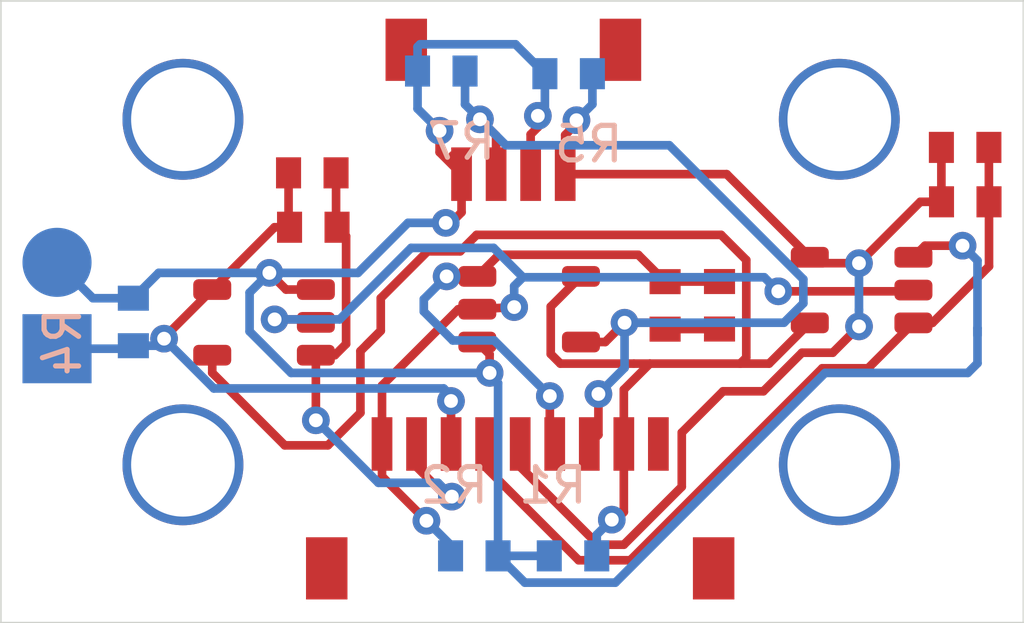
<source format=kicad_pcb>
(kicad_pcb (version 20171130) (host pcbnew 5.1.10)

  (general
    (thickness 1.6)
    (drawings 4)
    (tracks 242)
    (zones 0)
    (modules 21)
    (nets 13)
  )

  (page A4)
  (layers
    (0 F.Cu signal)
    (31 B.Cu signal)
    (32 B.Adhes user)
    (33 F.Adhes user)
    (34 B.Paste user)
    (35 F.Paste user)
    (36 B.SilkS user hide)
    (37 F.SilkS user hide)
    (38 B.Mask user)
    (39 F.Mask user)
    (40 Dwgs.User user)
    (41 Cmts.User user)
    (42 Eco1.User user)
    (43 Eco2.User user)
    (44 Edge.Cuts user)
    (45 Margin user)
    (46 B.CrtYd user hide)
    (47 F.CrtYd user hide)
    (48 B.Fab user hide)
    (49 F.Fab user hide)
  )

  (setup
    (last_trace_width 0.25)
    (trace_clearance 0.2)
    (zone_clearance 0.508)
    (zone_45_only no)
    (trace_min 0.2)
    (via_size 0.8)
    (via_drill 0.4)
    (via_min_size 0.4)
    (via_min_drill 0.3)
    (uvia_size 0.3)
    (uvia_drill 0.1)
    (uvias_allowed no)
    (uvia_min_size 0.2)
    (uvia_min_drill 0.1)
    (edge_width 0.05)
    (segment_width 0.2)
    (pcb_text_width 0.3)
    (pcb_text_size 1.5 1.5)
    (mod_edge_width 0.12)
    (mod_text_size 1 1)
    (mod_text_width 0.15)
    (pad_size 3.5 3.5)
    (pad_drill 3)
    (pad_to_mask_clearance 0)
    (aux_axis_origin 0 0)
    (visible_elements FFFFFF7F)
    (pcbplotparams
      (layerselection 0x010cc_ffffffff)
      (usegerberextensions false)
      (usegerberattributes true)
      (usegerberadvancedattributes true)
      (creategerberjobfile true)
      (excludeedgelayer true)
      (linewidth 0.100000)
      (plotframeref false)
      (viasonmask false)
      (mode 1)
      (useauxorigin false)
      (hpglpennumber 1)
      (hpglpenspeed 20)
      (hpglpendiameter 15.000000)
      (psnegative false)
      (psa4output false)
      (plotreference true)
      (plotvalue true)
      (plotinvisibletext false)
      (padsonsilk false)
      (subtractmaskfromsilk false)
      (outputformat 1)
      (mirror false)
      (drillshape 0)
      (scaleselection 1)
      (outputdirectory "gerbel_output/"))
  )

  (net 0 "")
  (net 1 VGND)
  (net 2 UNAMP1)
  (net 3 UNAMP2)
  (net 4 UNAMP3)
  (net 5 AMP1)
  (net 6 AMP2)
  (net 7 AMP3)
  (net 8 "Net-(J1-Pad9)")
  (net 9 +3V3)
  (net 10 GND)
  (net 11 "Net-(J1-Pad10)")
  (net 12 "Net-(J2-Pad5)")

  (net_class Default "This is the default net class."
    (clearance 0.2)
    (trace_width 0.25)
    (via_dia 0.8)
    (via_drill 0.4)
    (uvia_dia 0.3)
    (uvia_drill 0.1)
    (add_net +3V3)
    (add_net AMP1)
    (add_net AMP2)
    (add_net AMP3)
    (add_net GND)
    (add_net "Net-(J1-Pad10)")
    (add_net "Net-(J1-Pad9)")
    (add_net "Net-(J2-Pad5)")
    (add_net UNAMP1)
    (add_net UNAMP2)
    (add_net UNAMP3)
    (add_net VGND)
  )

  (module exocam_charge_amp:TLV2271DBV (layer F.Cu) (tedit 60AC35F4) (tstamp 6101D9C8)
    (at 60.9092 61.0616)
    (path /60E53C1A)
    (fp_text reference U3 (at 21.5138 13.335) (layer F.SilkS)
      (effects (font (size 1 1) (thickness 0.15)))
    )
    (fp_text value TLV2771CDBVT (at 0 -0.5) (layer F.Fab)
      (effects (font (size 1 1) (thickness 0.15)))
    )
    (pad 4 smd roundrect (at 1.73 4.44) (size 1.1 0.6) (layers F.Cu F.Paste F.Mask) (roundrect_rratio 0.25)
      (net 4 UNAMP3))
    (pad 3 smd roundrect (at -1.27 4.44) (size 1.1 0.6) (layers F.Cu F.Paste F.Mask) (roundrect_rratio 0.25)
      (net 1 VGND))
    (pad 2 smd roundrect (at -1.27 3.49) (size 1.1 0.6) (layers F.Cu F.Paste F.Mask) (roundrect_rratio 0.25)
      (net 10 GND))
    (pad 5 smd roundrect (at 1.73 2.54) (size 1.1 0.6) (layers F.Cu F.Paste F.Mask) (roundrect_rratio 0.25)
      (net 9 +3V3))
    (pad 1 smd roundrect (at -1.27 2.54) (size 1.1 0.6) (layers F.Cu F.Paste F.Mask) (roundrect_rratio 0.25)
      (net 7 AMP3))
  )

  (module exocam_charge_amp:jstsh4x1 (layer F.Cu) (tedit 60E60FBA) (tstamp 6101DBD6)
    (at 59.3725 63.1825 180)
    (path /610A2890)
    (fp_text reference J2 (at -1.9939 13.7795) (layer F.SilkS)
      (effects (font (size 1 1) (thickness 0.15)))
    )
    (fp_text value jstsh4x1 (at 0 -0.5) (layer F.Fab)
      (effects (font (size 1 1) (thickness 0.15)))
    )
    (fp_line (start 2.185 3) (end 2.185 6.84) (layer Dwgs.User) (width 0.12))
    (fp_line (start 2.185 3) (end -4.805 3) (layer Dwgs.User) (width 0.12))
    (fp_line (start -4.805 6.84) (end -4.805 3) (layer Dwgs.User) (width 0.12))
    (fp_line (start -4.805 6.84) (end 2.185 6.84) (layer Dwgs.User) (width 0.12))
    (pad 5 smd rect (at -4.41 6.14 180) (size 1.2 1.8) (layers F.Cu F.Paste F.Mask)
      (net 12 "Net-(J2-Pad5)"))
    (pad 5 smd rect (at 1.79 6.14 180) (size 1.2 1.8) (layers F.Cu F.Paste F.Mask)
      (net 12 "Net-(J2-Pad5)"))
    (pad 4 smd rect (at 0.19 2.54 180) (size 0.6 1.55) (layers F.Cu F.Paste F.Mask)
      (net 1 VGND))
    (pad 3 smd rect (at -0.81 2.54 180) (size 0.6 1.55) (layers F.Cu F.Paste F.Mask)
      (net 4 UNAMP3))
    (pad 2 smd rect (at -1.81 2.54 180) (size 0.6 1.55) (layers F.Cu F.Paste F.Mask)
      (net 1 VGND))
    (pad 1 smd rect (at -2.81 2.54 180) (size 0.6 1.55) (layers F.Cu F.Paste F.Mask)
      (net 3 UNAMP2))
  )

  (module exocam_charge_amp:TLV2271DBV (layer F.Cu) (tedit 60AC35F4) (tstamp 6101D9BF)
    (at 70.993 67.4878 180)
    (path /60DFD43A)
    (fp_text reference U2 (at -13.1826 -3.8354) (layer F.SilkS)
      (effects (font (size 1 1) (thickness 0.15)))
    )
    (fp_text value TLV2771CDBVT (at 0 -0.5) (layer F.Fab)
      (effects (font (size 1 1) (thickness 0.15)))
    )
    (pad 4 smd roundrect (at 1.73 4.44 180) (size 1.1 0.6) (layers F.Cu F.Paste F.Mask) (roundrect_rratio 0.25)
      (net 3 UNAMP2))
    (pad 3 smd roundrect (at -1.27 4.44 180) (size 1.1 0.6) (layers F.Cu F.Paste F.Mask) (roundrect_rratio 0.25)
      (net 1 VGND))
    (pad 2 smd roundrect (at -1.27 3.49 180) (size 1.1 0.6) (layers F.Cu F.Paste F.Mask) (roundrect_rratio 0.25)
      (net 10 GND))
    (pad 5 smd roundrect (at 1.73 2.54 180) (size 1.1 0.6) (layers F.Cu F.Paste F.Mask) (roundrect_rratio 0.25)
      (net 9 +3V3))
    (pad 1 smd roundrect (at -1.27 2.54 180) (size 1.1 0.6) (layers F.Cu F.Paste F.Mask) (roundrect_rratio 0.25)
      (net 6 AMP2))
  )

  (module exocam_charge_amp:TLV2271DBV (layer F.Cu) (tedit 60AC35F4) (tstamp 6101D9B6)
    (at 53.6956 68.4226 180)
    (path /60B61039)
    (fp_text reference U1 (at -8.2804 14.3002) (layer F.SilkS)
      (effects (font (size 1 1) (thickness 0.15)))
    )
    (fp_text value TLV2771CDBVT (at 0 -0.5) (layer F.Fab)
      (effects (font (size 1 1) (thickness 0.15)))
    )
    (pad 4 smd roundrect (at 1.73 4.44 180) (size 1.1 0.6) (layers F.Cu F.Paste F.Mask) (roundrect_rratio 0.25)
      (net 2 UNAMP1))
    (pad 3 smd roundrect (at -1.27 4.44 180) (size 1.1 0.6) (layers F.Cu F.Paste F.Mask) (roundrect_rratio 0.25)
      (net 1 VGND))
    (pad 2 smd roundrect (at -1.27 3.49 180) (size 1.1 0.6) (layers F.Cu F.Paste F.Mask) (roundrect_rratio 0.25)
      (net 10 GND))
    (pad 5 smd roundrect (at 1.73 2.54 180) (size 1.1 0.6) (layers F.Cu F.Paste F.Mask) (roundrect_rratio 0.25)
      (net 9 +3V3))
    (pad 1 smd roundrect (at -1.27 2.54 180) (size 1.1 0.6) (layers F.Cu F.Paste F.Mask) (roundrect_rratio 0.25)
      (net 5 AMP1))
  )

  (module exocam_charge_amp:0603_R (layer F.Cu) (tedit 60AC3F9B) (tstamp 6101D9AD)
    (at 64.1096 63.8556 90)
    (path /60E53BFF)
    (fp_text reference R8 (at -5.5372 19.3548 90) (layer F.SilkS)
      (effects (font (size 1 1) (thickness 0.15)))
    )
    (fp_text value 1M (at 0 -0.5 90) (layer F.Fab)
      (effects (font (size 1 1) (thickness 0.15)))
    )
    (pad 2 smd rect (at 0.105 2.54 90) (size 0.725 0.9) (layers F.Cu F.Paste F.Mask)
      (net 7 AMP3))
    (pad 1 smd rect (at -1.27 2.54 90) (size 0.725 0.9) (layers F.Cu F.Paste F.Mask)
      (net 4 UNAMP3))
  )

  (module exocam_charge_amp:0603_R (layer B.Cu) (tedit 60AC3F9B) (tstamp 6101D9A7)
    (at 59.1786 60.198)
    (path /60E53C0F)
    (fp_text reference R7 (at 0 -0.5) (layer B.SilkS)
      (effects (font (size 1 1) (thickness 0.15)) (justify mirror))
    )
    (fp_text value 1M (at 0 0.5) (layer B.Fab)
      (effects (font (size 1 1) (thickness 0.15)) (justify mirror))
    )
    (pad 2 smd rect (at 0.105 -2.54) (size 0.725 0.9) (layers B.Cu B.Paste B.Mask)
      (net 4 UNAMP3))
    (pad 1 smd rect (at -1.27 -2.54) (size 0.725 0.9) (layers B.Cu B.Paste B.Mask)
      (net 1 VGND))
  )

  (module exocam_charge_amp:0603_R (layer F.Cu) (tedit 60AC3F9B) (tstamp 6101D9A1)
    (at 74.3424 57.3278)
    (path /60DFD41A)
    (fp_text reference R6 (at 5.4898 -0.6096) (layer F.SilkS)
      (effects (font (size 1 1) (thickness 0.15)))
    )
    (fp_text value 1M (at 0 -0.5) (layer F.Fab)
      (effects (font (size 1 1) (thickness 0.15)))
    )
    (pad 2 smd rect (at 0.105 2.54) (size 0.725 0.9) (layers F.Cu F.Paste F.Mask)
      (net 6 AMP2))
    (pad 1 smd rect (at -1.27 2.54) (size 0.725 0.9) (layers F.Cu F.Paste F.Mask)
      (net 3 UNAMP2))
  )

  (module exocam_charge_amp:0603_R (layer B.Cu) (tedit 60AC3F9B) (tstamp 6101D99B)
    (at 62.865 60.2742)
    (path /60DFD42A)
    (fp_text reference R5 (at 0 -0.5) (layer B.SilkS)
      (effects (font (size 1 1) (thickness 0.15)) (justify mirror))
    )
    (fp_text value 1M (at 0 0.5) (layer B.Fab)
      (effects (font (size 1 1) (thickness 0.15)) (justify mirror))
    )
    (pad 2 smd rect (at 0.105 -2.54) (size 0.725 0.9) (layers B.Cu B.Paste B.Mask)
      (net 3 UNAMP2))
    (pad 1 smd rect (at -1.27 -2.54) (size 0.725 0.9) (layers B.Cu B.Paste B.Mask)
      (net 1 VGND))
  )

  (module exocam_charge_amp:0603_R (layer B.Cu) (tedit 60AC3F9B) (tstamp 6101E517)
    (at 47.1424 65.5032 270)
    (path /60AECA35)
    (fp_text reference R4 (at 0 -0.5 90) (layer B.SilkS)
      (effects (font (size 1 1) (thickness 0.15)) (justify mirror))
    )
    (fp_text value 1M (at 0 0.5 90) (layer B.Fab)
      (effects (font (size 1 1) (thickness 0.15)) (justify mirror))
    )
    (pad 2 smd rect (at 0.105 -2.54 270) (size 0.725 0.9) (layers B.Cu B.Paste B.Mask)
      (net 2 UNAMP1))
    (pad 1 smd rect (at -1.27 -2.54 270) (size 0.725 0.9) (layers B.Cu B.Paste B.Mask)
      (net 1 VGND))
  )

  (module exocam_charge_amp:0603_R (layer F.Cu) (tedit 60AC3F9B) (tstamp 6101D98F)
    (at 55.4448 58.0644)
    (path /60ACB29B)
    (fp_text reference R3 (at -11.7314 10.2108) (layer F.SilkS)
      (effects (font (size 1 1) (thickness 0.15)))
    )
    (fp_text value 1M (at 0 -0.5) (layer F.Fab)
      (effects (font (size 1 1) (thickness 0.15)))
    )
    (pad 2 smd rect (at 0.105 2.54) (size 0.725 0.9) (layers F.Cu F.Paste F.Mask)
      (net 5 AMP1))
    (pad 1 smd rect (at -1.27 2.54) (size 0.725 0.9) (layers F.Cu F.Paste F.Mask)
      (net 2 UNAMP1))
  )

  (module exocam_charge_amp:0603_R (layer B.Cu) (tedit 60AC3F9B) (tstamp 6101D989)
    (at 58.9695 69.1515 180)
    (path /60AC57F6)
    (fp_text reference R2 (at 0 -0.5) (layer B.SilkS)
      (effects (font (size 1 1) (thickness 0.15)) (justify mirror))
    )
    (fp_text value 1k (at 0 0.5) (layer B.Fab)
      (effects (font (size 1 1) (thickness 0.15)) (justify mirror))
    )
    (pad 2 smd rect (at 0.105 -2.54 180) (size 0.725 0.9) (layers B.Cu B.Paste B.Mask)
      (net 10 GND))
    (pad 1 smd rect (at -1.27 -2.54 180) (size 0.725 0.9) (layers B.Cu B.Paste B.Mask)
      (net 1 VGND))
  )

  (module exocam_charge_amp:0603_R (layer B.Cu) (tedit 60AC3F9B) (tstamp 6101D983)
    (at 61.827 69.1515 180)
    (path /60AC52F9)
    (fp_text reference R1 (at 0 -0.5) (layer B.SilkS)
      (effects (font (size 1 1) (thickness 0.15)) (justify mirror))
    )
    (fp_text value 1k (at 0 0.5) (layer B.Fab)
      (effects (font (size 1 1) (thickness 0.15)) (justify mirror))
    )
    (pad 2 smd rect (at 0.105 -2.54 180) (size 0.725 0.9) (layers B.Cu B.Paste B.Mask)
      (net 1 VGND))
    (pad 1 smd rect (at -1.27 -2.54 180) (size 0.725 0.9) (layers B.Cu B.Paste B.Mask)
      (net 9 +3V3))
  )

  (module exocam_charge_amp:jstsh9x1 (layer F.Cu) (tedit 60EF7172) (tstamp 6101D97D)
    (at 59.69 65.913)
    (path /6101D59C)
    (fp_text reference J1 (at 23.8252 7.6454) (layer F.SilkS)
      (effects (font (size 1 1) (thickness 0.15)))
    )
    (fp_text value jstsh9x1 (at 0 -0.5) (layer F.Fab)
      (effects (font (size 1 1) (thickness 0.15)))
    )
    (fp_line (start 7.185 3) (end 7.185 6.84) (layer Dwgs.User) (width 0.12))
    (fp_line (start -4.805 3) (end 7.185 3) (layer Dwgs.User) (width 0.12))
    (fp_line (start -4.805 6.84) (end -4.805 3) (layer Dwgs.User) (width 0.12))
    (fp_line (start -4.805 6.84) (end 7.185 6.84) (layer Dwgs.User) (width 0.12))
    (pad 9 smd rect (at 5.19 2.54) (size 0.6 1.55) (layers F.Cu F.Paste F.Mask)
      (net 8 "Net-(J1-Pad9)"))
    (pad 10 smd rect (at 6.79 6.14) (size 1.2 1.8) (layers F.Cu F.Paste F.Mask)
      (net 11 "Net-(J1-Pad10)"))
    (pad 8 smd rect (at 4.19 2.54) (size 0.6 1.55) (layers F.Cu F.Paste F.Mask)
      (net 9 +3V3))
    (pad 7 smd rect (at 3.19 2.54) (size 0.6 1.55) (layers F.Cu F.Paste F.Mask)
      (net 4 UNAMP3))
    (pad 10 smd rect (at -4.41 6.14) (size 1.2 1.8) (layers F.Cu F.Paste F.Mask)
      (net 11 "Net-(J1-Pad10)"))
    (pad 6 smd rect (at 2.19 2.54) (size 0.6 1.55) (layers F.Cu F.Paste F.Mask)
      (net 7 AMP3))
    (pad 5 smd rect (at 1.19 2.54) (size 0.6 1.55) (layers F.Cu F.Paste F.Mask)
      (net 3 UNAMP2))
    (pad 4 smd rect (at 0.19 2.54) (size 0.6 1.55) (layers F.Cu F.Paste F.Mask)
      (net 6 AMP2))
    (pad 3 smd rect (at -0.81 2.54) (size 0.6 1.55) (layers F.Cu F.Paste F.Mask)
      (net 2 UNAMP1))
    (pad 2 smd rect (at -1.81 2.54) (size 0.6 1.55) (layers F.Cu F.Paste F.Mask)
      (net 5 AMP1))
    (pad 1 smd rect (at -2.81 2.54) (size 0.6 1.55) (layers F.Cu F.Paste F.Mask)
      (net 10 GND))
  )

  (module exocam_charge_amp:0603_R (layer F.Cu) (tedit 60AC3F9B) (tstamp 6101D94A)
    (at 62.5348 63.859 90)
    (path /60E53BF7)
    (fp_text reference C3 (at 11.1794 7.7216 90) (layer F.SilkS)
      (effects (font (size 1 1) (thickness 0.15)))
    )
    (fp_text value 5pF (at 0 -0.5 90) (layer F.Fab)
      (effects (font (size 1 1) (thickness 0.15)))
    )
    (pad 2 smd rect (at 0.105 2.54 90) (size 0.725 0.9) (layers F.Cu F.Paste F.Mask)
      (net 7 AMP3))
    (pad 1 smd rect (at -1.27 2.54 90) (size 0.725 0.9) (layers F.Cu F.Paste F.Mask)
      (net 4 UNAMP3))
  )

  (module exocam_charge_amp:0603_R (layer F.Cu) (tedit 60AC3F9B) (tstamp 6101D944)
    (at 74.3458 58.9026)
    (path /60DFD412)
    (fp_text reference C2 (at 5.3594 0.5842) (layer F.SilkS)
      (effects (font (size 1 1) (thickness 0.15)))
    )
    (fp_text value 5pF (at 0 -0.5) (layer F.Fab)
      (effects (font (size 1 1) (thickness 0.15)))
    )
    (pad 2 smd rect (at 0.105 2.54) (size 0.725 0.9) (layers F.Cu F.Paste F.Mask)
      (net 6 AMP2))
    (pad 1 smd rect (at -1.27 2.54) (size 0.725 0.9) (layers F.Cu F.Paste F.Mask)
      (net 3 UNAMP2))
  )

  (module exocam_charge_amp:0603_R (layer F.Cu) (tedit 60AC3F9B) (tstamp 6101D93E)
    (at 55.4736 59.6392)
    (path /60AC9C31)
    (fp_text reference C1 (at -11.7094 2.667) (layer F.SilkS)
      (effects (font (size 1 1) (thickness 0.15)))
    )
    (fp_text value 5pF (at 0 -0.5) (layer F.Fab)
      (effects (font (size 1 1) (thickness 0.15)))
    )
    (pad 2 smd rect (at 0.105 2.54) (size 0.725 0.9) (layers F.Cu F.Paste F.Mask)
      (net 5 AMP1))
    (pad 1 smd rect (at -1.27 2.54) (size 0.725 0.9) (layers F.Cu F.Paste F.Mask)
      (net 2 UNAMP1))
  )

  (module exocam_charge_amp:piezo_buzzer_alt (layer B.Cu) (tedit 60DF5EBD) (tstamp 6101E526)
    (at 50.0126 64.1552 90)
    (path /60AEB9E7)
    (fp_text reference BZ1 (at 4.3382 -6.1214 -90) (layer B.SilkS)
      (effects (font (size 1 1) (thickness 0.15)) (justify mirror))
    )
    (fp_text value Buzzer (at 0 0.5 -90) (layer B.Fab)
      (effects (font (size 1 1) (thickness 0.15)) (justify mirror))
    )
    (pad 2 smd circle (at 0.96 -2.54 90) (size 2 2) (layers B.Cu B.Paste B.Mask)
      (net 1 VGND))
    (pad 1 smd rect (at -1.54 -2.54 90) (size 2 2) (layers B.Cu B.Paste B.Mask)
      (net 2 UNAMP1))
  )

  (module exocam_charge_amp:mount_hole_2.5mm (layer F.Cu) (tedit 60E4CDCF) (tstamp 60DB71DE)
    (at 66.1035 71.501 90)
    (path /60B97329)
    (fp_text reference H1 (at 7.9375 15.5575 90) (layer F.SilkS)
      (effects (font (size 1 1) (thickness 0.15)))
    )
    (fp_text value MountingHole (at 0 -0.5 90) (layer F.Fab)
      (effects (font (size 1 1) (thickness 0.15)))
    )
    (pad 1 thru_hole circle (at 2.446 4.014 90) (size 3.5 3.5) (drill 3) (layers *.Cu *.Mask))
  )

  (module exocam_charge_amp:mount_hole_2.5mm (layer F.Cu) (tedit 60E4CC2F) (tstamp 60DB71ED)
    (at 47.3075 57.785 90)
    (path /60B99959)
    (fp_text reference H4 (at 10.16 0.762 90) (layer F.SilkS)
      (effects (font (size 1 1) (thickness 0.15)))
    )
    (fp_text value MountingHole (at 0 -0.5 90) (layer F.Fab)
      (effects (font (size 1 1) (thickness 0.15)))
    )
    (pad 1 thru_hole circle (at -1.27 3.81 90) (size 3.5 3.5) (drill 3) (layers *.Cu *.Mask))
  )

  (module exocam_charge_amp:mount_hole_2.5mm (layer F.Cu) (tedit 60E4CC39) (tstamp 60DB71E8)
    (at 47.3075 60.96 90)
    (path /60B99095)
    (fp_text reference H3 (at -15.367 -6.35 90) (layer F.SilkS)
      (effects (font (size 1 1) (thickness 0.15)))
    )
    (fp_text value MountingHole (at 0 -0.5 90) (layer F.Fab)
      (effects (font (size 1 1) (thickness 0.15)))
    )
    (pad 1 thru_hole circle (at -8.095 3.81 90) (size 3.5 3.5) (drill 3) (layers *.Cu *.Mask))
  )

  (module exocam_charge_amp:mount_hole_2.5mm (layer F.Cu) (tedit 60E4CD9E) (tstamp 60DB71E3)
    (at 66.1035 57.501 90)
    (path /60B9898F)
    (fp_text reference H2 (at 5.05 15.6845 90) (layer F.SilkS)
      (effects (font (size 1 1) (thickness 0.15)))
    )
    (fp_text value MountingHole (at 0 -0.5 90) (layer F.Fab)
      (effects (font (size 1 1) (thickness 0.15)))
    )
    (pad 1 thru_hole circle (at -1.554 4.014 90) (size 3.5 3.5) (drill 3) (layers *.Cu *.Mask))
  )

  (gr_line (start 45.847 73.626) (end 75.447 73.626) (layer Edge.Cuts) (width 0.05) (tstamp 60DF553F))
  (gr_line (start 45.847 55.626) (end 45.847 73.626) (layer Edge.Cuts) (width 0.05) (tstamp 60DF5453))
  (gr_line (start 75.447 55.626) (end 75.447 73.626) (layer Edge.Cuts) (width 0.05))
  (gr_line (start 45.847 55.626) (end 75.447 55.626) (layer Edge.Cuts) (width 0.05))

  (segment (start 61.722 71.6915) (end 60.2395 71.6915) (width 0.25) (layer B.Cu) (net 1))
  (via (at 53.6194 63.5) (size 0.8) (drill 0.4) (layers F.Cu B.Cu) (net 1))
  (segment (start 54.102 63.9826) (end 53.6194 63.5) (width 0.25) (layer F.Cu) (net 1))
  (segment (start 54.9656 63.9826) (end 54.102 63.9826) (width 0.25) (layer F.Cu) (net 1))
  (segment (start 50.4156 63.5) (end 49.6824 64.2332) (width 0.25) (layer B.Cu) (net 1))
  (segment (start 53.6194 63.5) (end 50.4156 63.5) (width 0.25) (layer B.Cu) (net 1))
  (segment (start 60.2395 71.6915) (end 60.2395 66.6911) (width 0.25) (layer B.Cu) (net 1))
  (segment (start 60.2395 66.6911) (end 59.9948 66.3956) (width 0.25) (layer B.Cu) (net 1))
  (segment (start 59.9948 66.3956) (end 59.9948 66.4464) (width 0.25) (layer B.Cu) (net 1) (tstamp 6101E7C4))
  (via (at 59.9948 66.3956) (size 0.8) (drill 0.4) (layers F.Cu B.Cu) (net 1))
  (segment (start 59.9948 65.8572) (end 59.6392 65.5016) (width 0.25) (layer F.Cu) (net 1))
  (segment (start 59.9948 66.3956) (end 59.9948 65.8572) (width 0.25) (layer F.Cu) (net 1))
  (segment (start 53.046799 64.072601) (end 53.6194 63.5) (width 0.25) (layer B.Cu) (net 1))
  (segment (start 59.9948 66.3956) (end 54.248198 66.3956) (width 0.25) (layer B.Cu) (net 1))
  (segment (start 74.1172 63.627) (end 74.1172 63.1444) (width 0.25) (layer B.Cu) (net 1))
  (segment (start 74.1172 63.1444) (end 73.6854 62.7126) (width 0.25) (layer B.Cu) (net 1))
  (segment (start 73.6854 62.7126) (end 73.6854 62.7126) (width 0.25) (layer B.Cu) (net 1) (tstamp 6101E811))
  (via (at 73.6854 62.7126) (size 0.8) (drill 0.4) (layers F.Cu B.Cu) (net 1))
  (segment (start 72.5982 62.7126) (end 72.263 63.0478) (width 0.25) (layer F.Cu) (net 1))
  (segment (start 73.6854 62.7126) (end 72.5982 62.7126) (width 0.25) (layer F.Cu) (net 1))
  (segment (start 48.5106 64.2332) (end 49.6824 64.2332) (width 0.25) (layer B.Cu) (net 1))
  (segment (start 47.4726 63.1952) (end 48.5106 64.2332) (width 0.25) (layer B.Cu) (net 1))
  (segment (start 58.7248 62.0522) (end 58.7248 62.0014) (width 0.25) (layer B.Cu) (net 1) (tstamp 6101E86E))
  (via (at 58.7248 62.0522) (size 0.8) (drill 0.4) (layers F.Cu B.Cu) (net 1) (tstamp 6102440E))
  (segment (start 59.1825 60.3499) (end 58.929 60.0964) (width 0.25) (layer F.Cu) (net 1))
  (segment (start 59.1825 60.6425) (end 59.1825 60.3499) (width 0.25) (layer F.Cu) (net 1))
  (segment (start 57.9086 57.658) (end 57.9086 58.7468) (width 0.25) (layer B.Cu) (net 1))
  (segment (start 57.9086 58.7468) (end 58.547 59.3852) (width 0.25) (layer B.Cu) (net 1))
  (segment (start 58.547 59.3852) (end 58.547 59.3852) (width 0.25) (layer B.Cu) (net 1) (tstamp 6101E8F2))
  (via (at 58.547 59.3852) (size 0.8) (drill 0.4) (layers F.Cu B.Cu) (net 1))
  (segment (start 58.547 60.007) (end 59.1825 60.6425) (width 0.25) (layer F.Cu) (net 1))
  (segment (start 58.547 59.3852) (end 58.547 60.007) (width 0.25) (layer F.Cu) (net 1))
  (segment (start 61.595 57.7342) (end 61.595 58.7502) (width 0.25) (layer B.Cu) (net 1))
  (segment (start 61.595 58.7502) (end 61.3918 58.9534) (width 0.25) (layer B.Cu) (net 1))
  (segment (start 61.3918 58.9534) (end 61.3918 58.9534) (width 0.25) (layer B.Cu) (net 1) (tstamp 6101E98A))
  (via (at 61.3918 58.9534) (size 0.8) (drill 0.4) (layers F.Cu B.Cu) (net 1))
  (segment (start 60.743799 56.882999) (end 61.595 57.7342) (width 0.25) (layer B.Cu) (net 1))
  (segment (start 57.983601 56.882999) (end 60.743799 56.882999) (width 0.25) (layer B.Cu) (net 1))
  (segment (start 57.9086 56.958) (end 57.983601 56.882999) (width 0.25) (layer B.Cu) (net 1))
  (segment (start 57.9086 57.658) (end 57.9086 56.958) (width 0.25) (layer B.Cu) (net 1))
  (segment (start 53.046799 65.194201) (end 54.248198 66.3956) (width 0.25) (layer B.Cu) (net 1))
  (segment (start 53.046799 64.072601) (end 53.046799 65.194201) (width 0.25) (layer B.Cu) (net 1))
  (segment (start 74.1172 66.1162) (end 74.1172 65.1002) (width 0.25) (layer B.Cu) (net 1))
  (segment (start 73.8378 66.3956) (end 74.1172 66.1162) (width 0.25) (layer B.Cu) (net 1))
  (segment (start 74.1172 65.1002) (end 74.1172 63.627) (width 0.25) (layer B.Cu) (net 1))
  (segment (start 74.1172 65.3034) (end 74.1172 65.1002) (width 0.25) (layer B.Cu) (net 1))
  (segment (start 69.705898 66.3956) (end 73.8378 66.3956) (width 0.25) (layer B.Cu) (net 1))
  (segment (start 63.634997 72.466501) (end 69.705898 66.3956) (width 0.25) (layer B.Cu) (net 1))
  (segment (start 61.014501 72.466501) (end 63.634997 72.466501) (width 0.25) (layer B.Cu) (net 1))
  (segment (start 60.2395 71.6915) (end 61.014501 72.466501) (width 0.25) (layer B.Cu) (net 1))
  (segment (start 53.6194 63.5) (end 56.1848 63.5) (width 0.25) (layer B.Cu) (net 1))
  (segment (start 56.1848 63.5) (end 57.6326 62.0522) (width 0.25) (layer B.Cu) (net 1))
  (segment (start 57.6326 62.0522) (end 58.7248 62.0522) (width 0.25) (layer B.Cu) (net 1))
  (segment (start 58.7248 62.0522) (end 58.8772 62.0522) (width 0.25) (layer F.Cu) (net 1))
  (segment (start 59.1825 61.7469) (end 59.1825 60.6425) (width 0.25) (layer F.Cu) (net 1))
  (segment (start 58.8772 62.0522) (end 59.1825 61.7469) (width 0.25) (layer F.Cu) (net 1))
  (segment (start 61.3918 58.9534) (end 61.3918 59.2836) (width 0.25) (layer F.Cu) (net 1))
  (segment (start 61.1825 59.4929) (end 61.1825 60.6425) (width 0.25) (layer F.Cu) (net 1))
  (segment (start 61.3918 59.2836) (end 61.1825 59.4929) (width 0.25) (layer F.Cu) (net 1))
  (segment (start 49.6824 65.6082) (end 50.3682 65.6082) (width 0.25) (layer B.Cu) (net 2))
  (segment (start 50.3682 65.6082) (end 50.5714 65.405) (width 0.25) (layer B.Cu) (net 2))
  (segment (start 50.5714 65.405) (end 50.5714 65.405) (width 0.25) (layer B.Cu) (net 2) (tstamp 6101E5CA))
  (via (at 50.5714 65.405) (size 0.8) (drill 0.4) (layers F.Cu B.Cu) (net 2))
  (segment (start 50.5714 65.3768) (end 51.9656 63.9826) (width 0.25) (layer F.Cu) (net 2))
  (segment (start 50.5714 65.405) (end 50.5714 65.3768) (width 0.25) (layer F.Cu) (net 2))
  (segment (start 54.1748 62.1504) (end 54.2036 62.1792) (width 0.25) (layer F.Cu) (net 2))
  (segment (start 54.1748 60.6044) (end 54.1748 62.1504) (width 0.25) (layer F.Cu) (net 2))
  (segment (start 53.769 62.1792) (end 51.9656 63.9826) (width 0.25) (layer F.Cu) (net 2))
  (segment (start 54.2036 62.1792) (end 53.769 62.1792) (width 0.25) (layer F.Cu) (net 2))
  (segment (start 49.5954 65.6952) (end 49.6824 65.6082) (width 0.25) (layer B.Cu) (net 2))
  (segment (start 47.4726 65.6952) (end 49.5954 65.6952) (width 0.25) (layer B.Cu) (net 2))
  (segment (start 58.88 68.453) (end 58.8772 67.2084) (width 0.25) (layer F.Cu) (net 2))
  (segment (start 58.8772 67.2084) (end 58.88 67.3128) (width 0.25) (layer F.Cu) (net 2) (tstamp 6101EDBE))
  (via (at 58.8772 67.2084) (size 0.8) (drill 0.4) (layers F.Cu B.Cu) (net 2))
  (segment (start 52.01201 66.84561) (end 50.5714 65.405) (width 0.25) (layer B.Cu) (net 2))
  (segment (start 58.8772 67.056) (end 58.66681 66.84561) (width 0.25) (layer B.Cu) (net 2))
  (segment (start 58.66681 66.84561) (end 52.01201 66.84561) (width 0.25) (layer B.Cu) (net 2))
  (segment (start 58.8772 67.2084) (end 58.8772 67.056) (width 0.25) (layer B.Cu) (net 2))
  (segment (start 73.0724 61.4392) (end 73.0758 61.4426) (width 0.25) (layer F.Cu) (net 3))
  (segment (start 73.0724 59.8678) (end 73.0724 61.4392) (width 0.25) (layer F.Cu) (net 3))
  (segment (start 66.8577 60.6425) (end 69.263 63.0478) (width 0.25) (layer F.Cu) (net 3))
  (segment (start 62.1825 60.6425) (end 66.8577 60.6425) (width 0.25) (layer F.Cu) (net 3))
  (segment (start 62.97 57.7342) (end 62.97 58.6198) (width 0.25) (layer B.Cu) (net 3))
  (segment (start 62.97 58.6198) (end 62.5094 59.0804) (width 0.25) (layer B.Cu) (net 3))
  (segment (start 62.5094 59.0804) (end 62.5094 59.0804) (width 0.25) (layer B.Cu) (net 3) (tstamp 6101E99B))
  (via (at 62.5094 59.0804) (size 0.8) (drill 0.4) (layers F.Cu B.Cu) (net 3))
  (segment (start 72.4633 61.4426) (end 70.68675 63.21915) (width 0.25) (layer F.Cu) (net 3))
  (segment (start 73.0758 61.4426) (end 72.4633 61.4426) (width 0.25) (layer F.Cu) (net 3))
  (segment (start 70.68675 63.21915) (end 70.6628 63.2431) (width 0.25) (layer F.Cu) (net 3) (tstamp 6101EFAA))
  (via (at 70.68675 63.21915) (size 0.8) (drill 0.4) (layers F.Cu B.Cu) (net 3))
  (segment (start 70.68675 63.21915) (end 70.68675 64.56825) (width 0.25) (layer B.Cu) (net 3))
  (segment (start 70.68675 64.56825) (end 70.6882 65.0494) (width 0.25) (layer B.Cu) (net 3))
  (segment (start 70.6882 65.0494) (end 70.68675 65.20035) (width 0.25) (layer B.Cu) (net 3) (tstamp 6101F035))
  (via (at 70.6882 65.0494) (size 0.8) (drill 0.4) (layers F.Cu B.Cu) (net 3))
  (segment (start 70.6882 65.0494) (end 69.9262 65.8114) (width 0.25) (layer F.Cu) (net 3))
  (segment (start 69.03581 65.8114) (end 67.9196 66.92761) (width 0.25) (layer F.Cu) (net 3))
  (segment (start 69.9262 65.8114) (end 69.03581 65.8114) (width 0.25) (layer F.Cu) (net 3))
  (segment (start 67.9196 66.92761) (end 66.75259 66.92761) (width 0.25) (layer F.Cu) (net 3))
  (segment (start 66.75259 66.92761) (end 65.5574 68.1228) (width 0.25) (layer F.Cu) (net 3))
  (segment (start 63.135749 71.368751) (end 60.88 69.113002) (width 0.25) (layer F.Cu) (net 3))
  (segment (start 63.879751 71.368751) (end 63.135749 71.368751) (width 0.25) (layer F.Cu) (net 3))
  (segment (start 60.88 69.113002) (end 60.88 68.453) (width 0.25) (layer F.Cu) (net 3))
  (segment (start 65.5574 69.691102) (end 63.879751 71.368751) (width 0.25) (layer F.Cu) (net 3))
  (segment (start 65.5574 68.1228) (end 65.5574 69.691102) (width 0.25) (layer F.Cu) (net 3))
  (segment (start 69.43435 63.21915) (end 69.263 63.0478) (width 0.25) (layer F.Cu) (net 3))
  (segment (start 70.68675 63.21915) (end 69.43435 63.21915) (width 0.25) (layer F.Cu) (net 3))
  (segment (start 62.5094 59.0804) (end 62.5094 59.182) (width 0.25) (layer F.Cu) (net 3))
  (segment (start 62.1825 59.5089) (end 62.1825 60.6425) (width 0.25) (layer F.Cu) (net 3))
  (segment (start 62.5094 59.182) (end 62.1825 59.5089) (width 0.25) (layer F.Cu) (net 3))
  (segment (start 65.0782 65.1256) (end 65.0748 65.129) (width 0.25) (layer F.Cu) (net 4))
  (segment (start 66.6496 65.1256) (end 65.0782 65.1256) (width 0.25) (layer F.Cu) (net 4))
  (segment (start 59.2836 57.658) (end 59.2836 58.6232) (width 0.25) (layer B.Cu) (net 4))
  (segment (start 59.2836 58.6232) (end 59.7154 59.055) (width 0.25) (layer B.Cu) (net 4))
  (segment (start 59.7154 59.055) (end 59.7154 59.055) (width 0.25) (layer B.Cu) (net 4) (tstamp 6101E931))
  (via (at 59.7154 59.055) (size 0.8) (drill 0.4) (layers F.Cu B.Cu) (net 4))
  (segment (start 60.1825 59.5221) (end 60.1825 60.6425) (width 0.25) (layer F.Cu) (net 4))
  (segment (start 59.7154 59.055) (end 60.1825 59.5221) (width 0.25) (layer F.Cu) (net 4))
  (segment (start 63.9014 64.9428) (end 63.9014 64.9428) (width 0.25) (layer F.Cu) (net 4) (tstamp 6101F2B9))
  (via (at 63.9014 64.9428) (size 0.8) (drill 0.4) (layers F.Cu B.Cu) (net 4))
  (segment (start 60.465801 59.805401) (end 59.7154 59.055) (width 0.25) (layer B.Cu) (net 4))
  (segment (start 65.196403 59.805401) (end 60.465801 59.805401) (width 0.25) (layer B.Cu) (net 4))
  (segment (start 69.076401 63.685399) (end 65.196403 59.805401) (width 0.25) (layer B.Cu) (net 4))
  (segment (start 69.076401 64.381401) (end 69.076401 63.685399) (width 0.25) (layer B.Cu) (net 4))
  (segment (start 68.515002 64.9428) (end 69.076401 64.381401) (width 0.25) (layer B.Cu) (net 4))
  (segment (start 63.9014 64.9428) (end 68.515002 64.9428) (width 0.25) (layer B.Cu) (net 4))
  (segment (start 64.8886 64.9428) (end 65.0748 65.129) (width 0.25) (layer F.Cu) (net 4))
  (segment (start 63.9014 64.9428) (end 64.8886 64.9428) (width 0.25) (layer F.Cu) (net 4))
  (segment (start 63.9014 64.9428) (end 63.9014 66.2482) (width 0.25) (layer B.Cu) (net 4))
  (segment (start 63.9014 66.2482) (end 63.1444 67.0052) (width 0.25) (layer B.Cu) (net 4))
  (segment (start 63.1444 67.0052) (end 63.1444 67.0052) (width 0.25) (layer B.Cu) (net 4) (tstamp 6101F40C))
  (via (at 63.1444 67.0052) (size 0.8) (drill 0.4) (layers F.Cu B.Cu) (net 4))
  (segment (start 63.1444 68.1886) (end 62.88 68.453) (width 0.25) (layer F.Cu) (net 4))
  (segment (start 63.1444 67.0052) (end 63.1444 68.1886) (width 0.25) (layer F.Cu) (net 4))
  (segment (start 63.3426 65.5016) (end 63.9014 64.9428) (width 0.25) (layer F.Cu) (net 4))
  (segment (start 62.6392 65.5016) (end 63.3426 65.5016) (width 0.25) (layer F.Cu) (net 4))
  (segment (start 55.5498 62.1504) (end 55.5786 62.1792) (width 0.25) (layer F.Cu) (net 5))
  (segment (start 55.5498 60.6044) (end 55.5498 62.1504) (width 0.25) (layer F.Cu) (net 5))
  (segment (start 55.84061 62.44121) (end 55.5786 62.1792) (width 0.25) (layer F.Cu) (net 5))
  (segment (start 55.84061 65.55759) (end 55.84061 62.44121) (width 0.25) (layer F.Cu) (net 5))
  (segment (start 55.5156 65.8826) (end 55.84061 65.55759) (width 0.25) (layer F.Cu) (net 5))
  (segment (start 54.9656 65.8826) (end 55.5156 65.8826) (width 0.25) (layer F.Cu) (net 5))
  (segment (start 57.88 69.113002) (end 58.743998 69.977) (width 0.25) (layer F.Cu) (net 5))
  (segment (start 57.88 68.453) (end 57.88 69.113002) (width 0.25) (layer F.Cu) (net 5))
  (segment (start 58.743998 69.977) (end 58.9026 69.977) (width 0.25) (layer F.Cu) (net 5))
  (segment (start 58.9026 69.977) (end 58.9026 69.977) (width 0.25) (layer F.Cu) (net 5) (tstamp 6101EE56))
  (via (at 58.9026 69.977) (size 0.8) (drill 0.4) (layers F.Cu B.Cu) (net 5))
  (segment (start 58.502601 69.577001) (end 56.775401 69.577001) (width 0.25) (layer B.Cu) (net 5))
  (segment (start 58.9026 69.977) (end 58.502601 69.577001) (width 0.25) (layer B.Cu) (net 5))
  (segment (start 56.775401 69.577001) (end 54.9656 67.7672) (width 0.25) (layer B.Cu) (net 5))
  (segment (start 54.9656 67.7672) (end 54.9656 67.7672) (width 0.25) (layer B.Cu) (net 5) (tstamp 6101EE78))
  (via (at 54.9656 67.7672) (size 0.8) (drill 0.4) (layers F.Cu B.Cu) (net 5))
  (segment (start 54.9656 67.7672) (end 54.9656 65.8826) (width 0.25) (layer F.Cu) (net 5))
  (segment (start 74.4474 61.4392) (end 74.4508 61.4426) (width 0.25) (layer F.Cu) (net 6))
  (segment (start 74.4474 59.8678) (end 74.4474 61.4392) (width 0.25) (layer F.Cu) (net 6))
  (segment (start 72.813 64.9478) (end 72.263 64.9478) (width 0.25) (layer F.Cu) (net 6))
  (segment (start 74.4508 63.31) (end 72.813 64.9478) (width 0.25) (layer F.Cu) (net 6))
  (segment (start 74.4508 61.4426) (end 74.4508 63.31) (width 0.25) (layer F.Cu) (net 6))
  (segment (start 59.88 68.453) (end 59.88 69.113002) (width 0.25) (layer F.Cu) (net 6))
  (segment (start 59.88 69.1256) (end 59.88 68.453) (width 0.25) (layer F.Cu) (net 6))
  (segment (start 62.573161 71.818761) (end 59.88 69.1256) (width 0.25) (layer F.Cu) (net 6))
  (segment (start 69.623502 66.26141) (end 64.066151 71.818761) (width 0.25) (layer F.Cu) (net 6))
  (segment (start 64.066151 71.818761) (end 62.573161 71.818761) (width 0.25) (layer F.Cu) (net 6))
  (segment (start 70.94939 66.26141) (end 69.623502 66.26141) (width 0.25) (layer F.Cu) (net 6))
  (segment (start 72.263 64.9478) (end 70.94939 66.26141) (width 0.25) (layer F.Cu) (net 6))
  (segment (start 65.0782 63.7506) (end 65.0748 63.754) (width 0.25) (layer F.Cu) (net 7))
  (segment (start 66.6496 63.7506) (end 65.0782 63.7506) (width 0.25) (layer F.Cu) (net 7))
  (segment (start 60.26421 62.97659) (end 59.6392 63.6016) (width 0.25) (layer F.Cu) (net 7))
  (segment (start 64.29739 62.97659) (end 60.26421 62.97659) (width 0.25) (layer F.Cu) (net 7))
  (segment (start 65.0748 63.754) (end 64.29739 62.97659) (width 0.25) (layer F.Cu) (net 7))
  (segment (start 59.6392 63.6016) (end 58.7502 63.6016) (width 0.25) (layer F.Cu) (net 7))
  (segment (start 58.7502 63.6016) (end 58.7502 63.6016) (width 0.25) (layer F.Cu) (net 7) (tstamp 6101F44A))
  (via (at 58.7502 63.6016) (size 0.8) (drill 0.4) (layers F.Cu B.Cu) (net 7))
  (segment (start 58.7502 63.6016) (end 58.0898 64.262) (width 0.25) (layer B.Cu) (net 7))
  (segment (start 58.0898 64.262) (end 58.0898 64.6176) (width 0.25) (layer B.Cu) (net 7))
  (segment (start 58.0898 64.6176) (end 58.928 65.4558) (width 0.25) (layer B.Cu) (net 7))
  (segment (start 60.128002 65.4558) (end 61.737801 67.065599) (width 0.25) (layer B.Cu) (net 7))
  (segment (start 58.928 65.4558) (end 60.128002 65.4558) (width 0.25) (layer B.Cu) (net 7))
  (segment (start 61.737801 67.065599) (end 61.7474 67.075198) (width 0.25) (layer B.Cu) (net 7) (tstamp 6101F4C2))
  (via (at 61.737801 67.065599) (size 0.8) (drill 0.4) (layers F.Cu B.Cu) (net 7))
  (segment (start 61.737801 68.310801) (end 61.88 68.453) (width 0.25) (layer F.Cu) (net 7))
  (segment (start 61.737801 67.065599) (end 61.737801 68.310801) (width 0.25) (layer F.Cu) (net 7))
  (segment (start 63.097 71.6915) (end 63.097 71.0785) (width 0.25) (layer B.Cu) (net 9))
  (segment (start 63.097 71.0785) (end 63.53175 70.64375) (width 0.25) (layer B.Cu) (net 9))
  (segment (start 63.53175 70.64375) (end 63.627 70.5485) (width 0.25) (layer B.Cu) (net 9) (tstamp 6101DE0C))
  (via (at 63.53175 70.64375) (size 0.8) (drill 0.4) (layers F.Cu B.Cu) (net 9))
  (segment (start 63.53175 70.64375) (end 63.65875 70.64375) (width 0.25) (layer F.Cu) (net 9))
  (segment (start 63.88 70.4225) (end 63.88 68.453) (width 0.25) (layer F.Cu) (net 9))
  (segment (start 63.65875 70.64375) (end 63.88 70.4225) (width 0.25) (layer F.Cu) (net 9))
  (segment (start 68.08419 66.12661) (end 69.263 64.9478) (width 0.25) (layer F.Cu) (net 9))
  (segment (start 67.24879 66.12661) (end 68.08419 66.12661) (width 0.25) (layer F.Cu) (net 9))
  (segment (start 67.424601 63.128099) (end 66.696703 62.400201) (width 0.25) (layer F.Cu) (net 9))
  (segment (start 66.696703 62.400201) (end 59.618831 62.400201) (width 0.25) (layer F.Cu) (net 9))
  (segment (start 67.424601 65.950799) (end 67.424601 63.128099) (width 0.25) (layer F.Cu) (net 9))
  (segment (start 67.24879 66.12661) (end 67.424601 65.950799) (width 0.25) (layer F.Cu) (net 9))
  (segment (start 56.254999 65.764033) (end 56.843916 65.175116) (width 0.25) (layer F.Cu) (net 9))
  (segment (start 56.254999 67.550803) (end 56.254999 65.764033) (width 0.25) (layer F.Cu) (net 9))
  (segment (start 55.313601 68.492201) (end 56.254999 67.550803) (width 0.25) (layer F.Cu) (net 9))
  (segment (start 54.065001 68.492201) (end 55.313601 68.492201) (width 0.25) (layer F.Cu) (net 9))
  (segment (start 56.843916 65.175116) (end 56.429991 65.589041) (width 0.25) (layer F.Cu) (net 9))
  (segment (start 59.142433 62.876599) (end 58.198999 62.876599) (width 0.25) (layer F.Cu) (net 9))
  (segment (start 59.618831 62.400201) (end 59.142433 62.876599) (width 0.25) (layer F.Cu) (net 9))
  (segment (start 51.9656 66.3928) (end 54.065001 68.492201) (width 0.25) (layer F.Cu) (net 9))
  (segment (start 51.9656 65.8826) (end 51.9656 66.3928) (width 0.25) (layer F.Cu) (net 9))
  (segment (start 56.843916 64.231682) (end 58.198999 62.876599) (width 0.25) (layer F.Cu) (net 9))
  (segment (start 56.843916 65.175116) (end 56.843916 64.231682) (width 0.25) (layer F.Cu) (net 9))
  (segment (start 62.042442 66.12661) (end 64.17081 66.12661) (width 0.25) (layer F.Cu) (net 9))
  (segment (start 61.76419 65.848358) (end 62.042442 66.12661) (width 0.25) (layer F.Cu) (net 9))
  (segment (start 61.76419 64.47661) (end 61.76419 65.848358) (width 0.25) (layer F.Cu) (net 9))
  (segment (start 62.6392 63.6016) (end 61.76419 64.47661) (width 0.25) (layer F.Cu) (net 9))
  (segment (start 63.88 66.8792) (end 64.63259 66.12661) (width 0.25) (layer F.Cu) (net 9))
  (segment (start 63.88 68.453) (end 63.88 66.8792) (width 0.25) (layer F.Cu) (net 9))
  (segment (start 64.63259 66.12661) (end 67.24879 66.12661) (width 0.25) (layer F.Cu) (net 9))
  (segment (start 64.17081 66.12661) (end 64.63259 66.12661) (width 0.25) (layer F.Cu) (net 9))
  (segment (start 58.8645 71.6915) (end 58.8645 71.374) (width 0.25) (layer B.Cu) (net 10))
  (segment (start 58.8645 71.374) (end 58.166 70.6755) (width 0.25) (layer B.Cu) (net 10))
  (segment (start 58.166 70.6755) (end 58.166 70.6755) (width 0.25) (layer B.Cu) (net 10) (tstamp 6101DE0A))
  (via (at 58.166 70.6755) (size 0.8) (drill 0.4) (layers F.Cu B.Cu) (net 10))
  (segment (start 56.88 69.3895) (end 56.88 68.453) (width 0.25) (layer F.Cu) (net 10))
  (segment (start 58.166 70.6755) (end 56.88 69.3895) (width 0.25) (layer F.Cu) (net 10))
  (via (at 68.3514 64.0334) (size 0.8) (drill 0.4) (layers F.Cu B.Cu) (net 10))
  (segment (start 72.202 64.0588) (end 72.263 63.9978) (width 0.25) (layer F.Cu) (net 10))
  (segment (start 56.88 66.7608) (end 56.88 68.453) (width 0.25) (layer F.Cu) (net 10))
  (segment (start 59.0892 64.5516) (end 56.88 66.7608) (width 0.25) (layer F.Cu) (net 10))
  (segment (start 59.6392 64.5516) (end 59.0892 64.5516) (width 0.25) (layer F.Cu) (net 10))
  (segment (start 53.7718 64.8462) (end 53.7464 64.8716) (width 0.25) (layer B.Cu) (net 10) (tstamp 6101E6B6))
  (via (at 53.7718 64.8462) (size 0.8) (drill 0.4) (layers F.Cu B.Cu) (net 10))
  (segment (start 54.8792 64.8462) (end 54.9656 64.9326) (width 0.25) (layer F.Cu) (net 10))
  (segment (start 53.7718 64.8462) (end 54.8792 64.8462) (width 0.25) (layer F.Cu) (net 10))
  (segment (start 59.6392 64.5516) (end 60.0354 64.5516) (width 0.25) (layer F.Cu) (net 10))
  (segment (start 67.945 63.627) (end 68.3514 64.0334) (width 0.25) (layer B.Cu) (net 10))
  (segment (start 60.96 63.627) (end 67.945 63.627) (width 0.25) (layer B.Cu) (net 10))
  (segment (start 72.2274 64.0334) (end 72.263 63.9978) (width 0.25) (layer F.Cu) (net 10))
  (segment (start 68.3514 64.0334) (end 72.2274 64.0334) (width 0.25) (layer F.Cu) (net 10))
  (segment (start 60.110201 62.777201) (end 60.96 63.627) (width 0.25) (layer B.Cu) (net 10))
  (segment (start 55.653602 64.8462) (end 57.722601 62.777201) (width 0.25) (layer B.Cu) (net 10))
  (segment (start 53.7718 64.8462) (end 55.653602 64.8462) (width 0.25) (layer B.Cu) (net 10))
  (segment (start 57.722601 62.777201) (end 60.110201 62.777201) (width 0.25) (layer B.Cu) (net 10))
  (segment (start 59.6392 64.5516) (end 60.706 64.4906) (width 0.25) (layer F.Cu) (net 10))
  (segment (start 60.706 64.4906) (end 60.645 64.5516) (width 0.25) (layer F.Cu) (net 10) (tstamp 6101F70E))
  (via (at 60.706 64.4906) (size 0.8) (drill 0.4) (layers F.Cu B.Cu) (net 10))
  (segment (start 60.706 63.881) (end 60.96 63.627) (width 0.25) (layer B.Cu) (net 10))
  (segment (start 60.706 64.4906) (end 60.706 63.881) (width 0.25) (layer B.Cu) (net 10))

)

</source>
